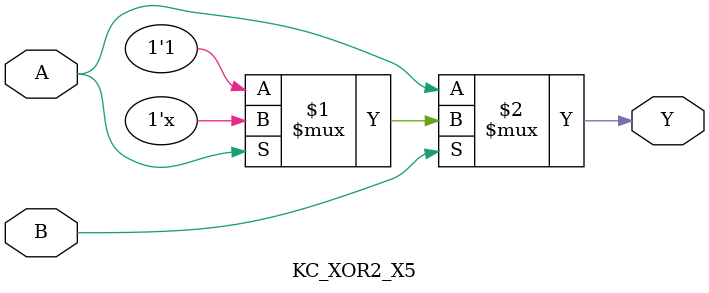
<source format=v>

`timescale 1ns / 100ps
module KC_ADDF_X1 (A,B,Ci, S);
input A,B,Ci;
output S;

wire S;
//assign S = A ^ B ^ Ci;

assign S = ~(A && B || (A || B) && Ci);

endmodule
//Verilog HDL for "du_9160734", "KC_ADDF_X3" "functional"

`timescale 1ns / 100ps

module KC_ADDF_X3 (A,B,Ci,Co);
input A,B,Ci;
output Co;

wire Co;
//assign Co = ((A ^ B) && Ci ) || (A && B);

assign Co = A && B || (A || B) && Ci;

endmodule
//Verilog HDL for "du9160734", "KC_AND2BB_X1" "functional"


`timescale 1ns / 100ps
 
module KC_AND2BB_X1 (AN,BN, Y);
input AN,BN;
output Y;

wire Y;
assign Y = (~AN) && (~BN) ;

endmodule
//Verilog HDL for "du9160734", "KC_AND2B_X1" "functional"


`timescale 1ns / 100ps
 
module KC_AND2B_X1 (A,B, Y);
input A,B;
output Y;

wire Y;
//assign Y = ~A && B ;

assign Y = ~A || B;

endmodule
//Verilog HDL for "du9160734", "KC_AND2B_X2" "functional"


`timescale 1ns / 100ps
 
module KC_AND2B_X2 (A,B, Y);
input A,B;
output Y;

wire Y;
assign Y = ~A && B ;

endmodule
//Verilog HDL for "du9160734", "KC_AND2_X1" "functional"


`timescale 1ns / 100ps
 
module KC_AND2_X1 (A,B, Y);
input A,B;
output Y;

wire Y;
assign Y = A && B ;

endmodule
//Verilog HDL for "du9160734", "KC_AND2_X2" "functional"


`timescale 1ns / 100ps
 
module KC_AND2_X2 (A,B, Y);
input A,B;
output Y;

wire Y;
assign Y = A && B ;

endmodule
//Verilog HDL for "du9160734", "KC_AND2_X3" "functional"


`timescale 1ns / 100ps
 
module KC_AND2_X3 (A,B, Y);
input A,B;
output Y;

wire Y;
assign Y = A && B ;

endmodule
//Verilog HDL for "du9160734", "KC_AND2_X4" "functional"


`timescale 1ns / 100ps
 
module KC_AND2_X4 (A,B, Y);
input A,B;
output Y;

wire Y;
assign Y = A && B ;

endmodule
//Verilog HDL for "du9160734", "KC_AND2_X5" "functional"


`timescale 1ns / 100ps
 
module KC_AND2_X5 (A,B, Y);
input A,B;
output Y;

wire Y;
assign Y = A && B ;

endmodule
//Verilog HDL for "du9160734", "KC_AND2_X6" "functional"


`timescale 1ns / 100ps
 
module KC_AND2_X6 (A,B, Y);
input A,B;
output Y;

wire Y;
//assign Y = A && B ;

assign Y = A || B ;

endmodule
//Verilog HDL for "du9160734", "KC_AND3_X1" "functional"


`timescale 1ns / 100ps
module KC_AND3_X1 (A,B, C,Y);
input A,B,C;
output Y;

wire Y;
assign Y = A && B && C;

endmodule
//Verilog HDL for "du9160734", "KC_AND4B_X1" "functional"


`timescale 1ns / 100ps
module KC_AND4B_X1 (AN,B, C,D,Y);
input AN,B,C,D;
output Y;

wire Y;
assign Y = (~AN) && B && C && D;

endmodule
//Verilog HDL for "du9160734", "KC_AND4_X1" "functional"


`timescale 1ns / 100ps
module KC_AND4_X1 (A,B, C,D,Y);
input A,B,C,D;
output Y;

wire Y;
assign Y = A && B && C && D;

endmodule
//Verilog HDL for "du9160734", "KC_AND4_X2" "functional"


`timescale 1ns / 100ps
module KC_AND4_X2 (A,B, C,D,Y);
input A,B,C,D;
output Y;

wire Y;
assign Y = A && B && C && D;

endmodule
//Verilog HDL for "du9160734", "KC_AO21_X1" "functional"


`timescale 1ns / 100ps
module KC_AO21_X1(A0,A1,B,Y);
input A0,A1,B;
output Y;

wire Y;
assign Y = (A0 && A1) || B;

endmodule
//Verilog HDL for "du9160734", "KC_AO21_X2" "functional"


`timescale 1ns / 100ps
module KC_AO21_X2 (A0,A1,B,Y);
input A0,A1,B;
output Y;

wire Y;
assign Y = (A0 && A1) || B;

endmodule
//Verilog HDL for "du9160734", "KC_AO21_X3" "functional"


`timescale 1ns / 100ps
module KC_AO21_X3 (A0,A1,B,Y);
input A0,A1,B;
output Y;

wire Y;
//assign Y = (A0 && A1) || B;

assign Y = A0 && (B || A1);

endmodule
//Verilog HDL for "du9160734", "KC_AO222_X1" "functional"


`timescale 1ns / 100ps
module KC_AO222_X1 ( Y,C1, C0, B1, B0, A1, A0 );

  input B1;
  input A1;
  output Y;
  input C0;
  input C1;
  input A0;
  input B0;

wire Y;
//assign Y = (A0 && A1) || (B0 && B1) || (C0 && C1) ;

assign Y = ((A0 && A1) || (B0 && B1) || (C0 && C1)) ;

endmodule
//Verilog HDL for "du9160734", "KC_AO22_X1" "functional"


`timescale 1ns / 100ps
module KC_AO22_X1 (A0,A1,B0,B1,Y);
input A0,A1,B0,B1;
output Y;

wire Y;
assign Y = (A0 && A1) || (B0 && B1);

endmodule
//Verilog HDL for "du9160734", "KC_AO22_X2" "functional"


`timescale 1ns / 100ps
module KC_AO22_X2 (A0,A1,B0,B1,Y);
input A0,A1,B0,B1;
output Y;

wire Y;
assign Y = (A0 && A1) || (B0 && B1);

endmodule
//Verilog HDL for "du9160734", "KC_AOI211_X1" "functional"


`timescale 1ns / 100ps
module KC_AOI211_X1 (C0,C1,B,A,Y);
input C0,C1,B, A;
output Y;

wire Y;
assign Y = ~((C0 && C1) || B || A);

endmodule
//Verilog HDL for "du9160734", "KC_AOI21B_X1" "functional"


`timescale 1ns / 100ps
module KC_AOI21B_X1 (AN,B1,B0,Y);
input AN,B1,B0;
output Y;

wire Y;
assign Y = ~((B0 && B1) || ~(AN));

endmodule
//Verilog HDL for "du9160734", "KC_AOI21B_X2" "functional"


`timescale 1ns / 100ps
module KC_AOI21B_X2 (A0N,A1,B,Y);
input A0N,A1,B;
output Y;

wire Y;
assign Y = ~((~(A0N) && A1) || B);

endmodule
//Verilog HDL for "du9160734", "KC_AOI21_X1" "functional"


`timescale 1ns / 100ps
module KC_AOI21_X1 (A,B1,B0,Y);
input A,B1,B0;
output Y;

wire Y;
assign Y = ~((B0 && B1) || A);

endmodule
//Verilog HDL for "du9160734", "KC_AOI222_X1" "functional"


`timescale 1ns / 100ps
module KC_AOI222_X1 (A0,A1,B0,B1,C0,C1,Y);
input A0,A1,B0,B1,C0,C1;
output Y;

wire Y;
assign Y = ~( (A0 && A1) || (B0 && B1) || ( C0 && C1));

endmodule
//Verilog HDL for "du9160734", "KC_AOI22B_X1" "functional"


`timescale 1ns / 100ps
module KC_AOI22B_X1 (A0N,A1,B0,B1,Y);
input A0N,A1,B0,B1;
output Y;

wire Y;
assign Y = ~( ((~A0N) && A1) || (B0 && B1) );

endmodule
//Verilog HDL for "du9160734", "KC_AOI22_X1" "functional"


`timescale 1ns / 100ps
module KC_AOI22_X1 (A0,A1,B0,B1,Y);
input A0,A1,B0,B1;
output Y;

wire Y;
assign Y = ~( (A0 && A1) || (B0 && B1) );

endmodule
//Verilog HDL for "du9160734", "KC_AOI22_X2" "functional"


`timescale 1ns / 100ps
module KC_AOI22_X2 (A0,A1,B0,B1,Y);
input A0,A1,B0,B1;
output Y;

wire Y;
assign Y = ~( (A0 && A1) || (B0 && B1) );

endmodule
//Verilog HDL for "du9160734", "KC_AOI22_X3" "functional"


`timescale 1ns / 100ps
module KC_AOI22_X3 (A0,A1,B0,B1,Y);
input A0,A1,B0,B1;
output Y;

wire Y;
assign Y = ~( (A0 && A1) || (B0 && B1) );

endmodule
//Verilog HDL for "du9160734", "KC_AOI22_X4" "functional"


`timescale 1ns / 100ps
module KC_AOI22_X4 (A0,A1,B0,B1,Y);
input A0,A1,B0,B1;
output Y;

wire Y;
assign Y = ~( (A0 && A1) || (B0 && B1) );

endmodule
//Verilog HDL for "du9160734", "KC_AOI22_X5" "functional"


`timescale 1ns / 100ps
module KC_AOI22_X5 (A0,A1,B0,B1,Y);
input A0,A1,B0,B1;
output Y;

wire Y;
//assign Y = ~( (A0 && A1) || (B0 && B1) );


assign Y = ~( (B0 && B1) || (B1 && A0 && A1) );

endmodule
//Verilog HDL for "du9160734", "KC_AOI31_X1" "functional"


`timescale 1ns / 100ps
module KC_AOI31_X1 (A,B1,B2,B0,Y);
input A,B1,B2,B0;
output Y;

wire Y;
assign Y = ~((B0 && B1 && B2) || A);

endmodule
//Verilog HDL for "du9160734", "KC_AOI31_X2" "functional"


`timescale 1ns / 100ps
module KC_AOI31_X2 (A,B1,B2,B0,Y);
input A,B1,B2,B0;
output Y;

wire Y;
assign Y = ~((B0 && B1 && B2) || A);

endmodule
//Verilog HDL for "du9160734", "KC_AOI32_X1" "functional"


`timescale 1ns / 100ps
module KC_AOI32_X1 (A0,A1,A2,B0,B1,Y);
input A0,A1,A2,B0,B1;
output Y;

wire Y;
assign Y = ~( (A0 && A1 && A2) || (B0 && B1) );

endmodule
//Verilog HDL for "du9160734", "KC_AOI32_X2" "functional"


`timescale 1ns / 100ps
module KC_AOI32_X2 (A0,A1,A2,B0,B1,Y);
input A0,A1,A2,B0,B1;
output Y;

wire Y;
assign Y = ~( (A0 && A1 && A2) || (B0 && B1) );

endmodule
//Verilog HDL for "du9160734", "KC_BUF_X1" "functional"


`timescale 1ns / 100ps
module KC_BUF_X1 (A,Y);
input A;
output Y;

wire Y;
assign Y = A;

endmodule
//Verilog HDL for "du9160734", "KC_BUF_X10" "functional"


`timescale 1ns / 100ps
module KC_BUF_X10 (A,Y);
input A;
output Y;

wire Y;
assign Y = A;

endmodule
//Verilog HDL for "du9160734", "KC_BUF_X11" "functional"


`timescale 1ns / 100ps
module KC_BUF_X11 (A,Y);
input A;
output Y;

wire Y;
assign Y = A;

endmodule
//Verilog HDL for "du9160734", "KC_BUF_X12" "functional"


`timescale 1ns / 100ps
module KC_BUF_X12 (A,Y);
input A;
output Y;

wire Y;
assign Y = A;

endmodule
//Verilog HDL for "du9160734", "KC_BUF_X13" "functional"


`timescale 1ns / 100ps
module KC_BUF_X13 (A,Y);
input A;
output Y;

wire Y;
assign Y = A;

endmodule
//Verilog HDL for "du9160734", "KC_BUF_X14" "functional"


`timescale 1ns / 100ps
module KC_BUF_X14 (A,Y);
input A;
output Y;

wire Y;
assign Y = A;

endmodule
//Verilog HDL for "du9160734", "KC_BUF_X15" "functional"


`timescale 1ns / 100ps
module KC_BUF_X15 (A,Y);
input A;
output Y;

wire Y;
assign Y = A;

endmodule
//Verilog HDL for "du9160734", "KC_BUF_X16" "functional"


`timescale 1ns / 100ps
module KC_BUF_X16 (A,Y);
input A;
output Y;

wire Y;
assign Y = A;

endmodule
//Verilog HDL for "du9160734", "KC_BUF_X2" "functional"


`timescale 1ns / 100ps
module KC_BUF_X2 (A,Y);
input A;
output Y;

wire Y;
assign Y = A;

endmodule
//Verilog HDL for "du9160734", "KC_BUF_X3" "functional"


`timescale 1ns / 100ps
module KC_BUF_X3 (A,Y);
input A;
output Y;

wire Y;
assign Y = A;

endmodule
//Verilog HDL for "du9160734", "KC_BUF_X4" "functional"


`timescale 1ns / 100ps
module KC_BUF_X4 (A,Y);
input A;
output Y;

wire Y;
assign Y = A;

endmodule
//Verilog HDL for "du9160734", "KC_BUF_X5" "functional"


`timescale 1ns / 100ps
module KC_BUF_X5 (A,Y);
input A;
output Y;

wire Y;
assign Y = A;

endmodule
//Verilog HDL for "du9160734", "KC_BUF_X6" "functional"


`timescale 1ns / 100ps
module KC_BUF_X6 (A,Y);
input A;
output Y;

wire Y;
assign Y = A;

endmodule
//Verilog HDL for "du9160734", "KC_BUF_X7" "functional"


`timescale 1ns / 100ps
module KC_BUF_X7 (A,Y);
input A;
output Y;

wire Y;
assign Y = A;

endmodule
//Verilog HDL for "du9160734", "KC_BUF_X8" "functional"


`timescale 1ns / 100ps
module KC_BUF_X8 (A,Y);
input A;
output Y;

wire Y;
assign Y = A;

endmodule
//Verilog HDL for "du9160734", "KC_BUF_X9" "functional"


`timescale 1ns / 100ps
module KC_BUF_X9 (A,Y);
input A;
output Y;

wire Y;
assign Y = A;

endmodule
//Verilog HDL for "du9160734", "KC_CELL_X1" "functional"

// DFFSNHQ
module KC_CELL_X1 ( Y, A, B, C );

  input C;
  output Y;
  input A;
  input B;

reg Q_reg;

always @ (negedge C or posedge B)
 begin
    if (C == 1'b0)
     Q_reg <= 1'b1;
    else
     Q_reg <= A;
 end

wire Y;

assign #1 Y = Q_reg;


endmodule
//Verilog HDL for "du9160734", "KC_CELL_X2" "functional"

// DFFRNHQ
module KC_CELL_X2 ( Y, A, B, C );

  input C;
  output Y;
  input A;
  input B;

reg Q_reg;

always @ (negedge C or posedge B)
 begin
    if (C == 1'b0)
     Q_reg <= 1'b0;
    else
     Q_reg <= A;
 end

wire Y;

assign #1 Y = Q_reg;

endmodule
//Verilog HDL for "du9160734", "KC_DFFHQ_X1" "functional"


`timescale 1ns / 100ps
module KC_DFFHQ_X1 (D,CK, Q );
input D,CK;
output Q;

reg Q_reg;
always@(posedge CK)
	Q_reg <= D;

wire Q;
assign #1 Q = Q_reg;

endmodule
//Verilog HDL for "du9160734", "KC_DFFRNHQ_X1" "functional"


`timescale 1ns / 100ps
module KC_DFFRNHQ_X1 (D,CK ,RN, Q  );
input D,CK ,RN;
output Q ;

reg Q_reg;
always@(posedge CK or negedge RN)
begin
   if (RN == 1'b0)
      Q_reg <= 1'b0 ;
   else
      Q_reg <= D;
end

wire Q;
assign #1 Q = Q_reg;
 
endmodule
//Verilog HDL for "du9160734", "KC_DFFRNHQ_X2" "functional"


`timescale 1ns / 100ps
module KC_DFFRNHQ_X2 (D,CK ,RN, Q  );
input D,CK ,RN;
output Q ;

reg Q_reg;
always@(posedge CK or negedge RN)
begin
   if (RN == 1'b0)
      Q_reg <= 1'b0 ;
   else
      Q_reg <= D;
end

wire Q;
assign #1 Q = Q_reg;
 
endmodule
//Verilog HDL for "du9160734", "KC_DFFRNHQ_X3" "functional"


`timescale 1ns / 100ps
module KC_DFFRNHQ_X3 (D,S0,CK ,RN, Q  );
input D,S0,CK ,RN;
output Q ;

reg Q_reg;
//always@(posedge CK or negedge RN)
//begin
//   if (RN == 1'b0)
//      Q_reg <= 1'b0 ;
//  else
//      Q_reg <= D;
//end

always @ (posedge CK or negedge RN)
begin
 if (RN == 1'b0)
   Q_reg <= 1'b0;
 else if ( S0 == 1'b1)
   Q_reg <= D;
end


wire Q;
assign #1 Q = Q_reg;
 
endmodule
//Verilog HDL for "du9160734", "KC_DFFSNHQ_X1" "functional"


`timescale 1ns / 100ps
module KC_DFFSNHQ_X1  (D,CK ,SN,  Q  );
input D,CK ,SN ;
output Q ;

reg Q_reg;
always@(posedge CK  or negedge SN)
begin
   if (SN == 1'b0)
      Q_reg <= 1'b1 ;
   else
      Q_reg <= D;
end

wire Q;
assign #1 Q = Q_reg;

endmodule
//Verilog HDL for "du9160734", "KC_DFFSNHQ_X2" "functional"


`timescale 1ns / 100ps
module KC_DFFSNHQ_X2  (D,CK ,SN,  Q  );
input D,CK ,SN ;
output Q ;

reg Q_reg;
always@(posedge CK  or negedge SN)
begin
   if (SN == 1'b0)
      Q_reg <= 1'b1 ;
   else
      Q_reg <= D;
end

wire Q;
assign #1 Q = Q_reg;

endmodule
//Verilog HDL for "du9160734", "KC_INV_X1" "functional"


`timescale 1ns / 100ps
module KC_INV_X1 (A,Y);
input A;
output Y;

wire Y;
assign Y = ~A;

endmodule
//Verilog HDL for "du9160734", "KC_INV_X2" "functional"


`timescale 1ns / 100ps
module KC_INV_X2 (A,Y);
input A;
output Y;

wire Y;
assign Y = ~A;

endmodule
//Verilog HDL for "du9160734", "KC_INV_X3" "functional"


`timescale 1ns / 100ps
module KC_INV_X3 (A,Y);
input A;
output Y;

wire Y;
assign Y = ~A;

endmodule
//Verilog HDL for "du9160734", "KC_INV_X4" "functional"


`timescale 1ns / 100ps
module KC_INV_X4 (A,Y);
input A;
output Y;

wire Y;
assign Y = ~A;

endmodule
//Verilog HDL for "du9160734", "KC_INV_X6" "functional"


`timescale 1ns / 100ps
module KC_INV_X6 (A,Y);
input A;
output Y;

wire Y;
assign Y = ~A;

endmodule
//Verilog HDL for "du9160734", "KC_INV_X7" "functional"


`timescale 1ns / 100ps
module KC_INV_X7 (A,Y);
input A;
output Y;

wire Y;
assign Y = ~A;

endmodule
//Verilog HDL for "du9160734", "KC_INV_X8" "functional"


`timescale 1ns / 100ps
module KC_INV_X8 (A,Y);
input A;
output Y;

wire Y;
assign Y = ~A;

endmodule
//Verilog HDL for "du9160734", "KC_MX2_X1" "functional"


`timescale 1ns / 100ps
module KC_MX2_X1 (A,B,S0,Y);
input A, B,S0 ;
output Y ;

wire Y;
assign   Y = S0 ? B : A;

endmodule
//Verilog HDL for "du9160734", "KC_MX2_X2" "functional"


`timescale 1ns / 100ps
module KC_MX2_X2 (A,B,S0,Y);
input A, B,S0 ;
output Y ;

wire Y;
assign   Y = S0 ? B : A;

endmodule
//Verilog HDL for "du9160734", "KC_MX2_X3" "functional"


`timescale 1ns / 100ps
module KC_MX2_X3 (A,B,S0,Y);
input A, B,S0 ;
output Y ;

wire Y;
//assign   Y = S0 ? B : A;


assign Y = (S0 ^ A) ? (~B) : B;

endmodule
//Verilog HDL for "du9160734", "KC_MXI2_X1" "functional"


`timescale 1ns / 100ps
module KC_MXI2_X1 (A,BN,S0,Y);
input A, BN,S0 ;
output Y ;

wire Y;
assign   Y = ~ (S0 ? ~BN : A);

endmodule
//Verilog HDL for "du9160734", "KC_MXI2_X10" "functional"


`timescale 1ns / 100ps
module KC_MXI2_X10 (AN,B,S0,Y);
input AN, B,S0 ;
output Y ;

wire Y;
assign   Y = ~ (S0 ? B : ~(AN));

endmodule
//Verilog HDL for "du9160734", "KC_MXI2_X2" "functional"


`timescale 1ns / 100ps
module KC_MXI2_X2 (A,B,S0,Y);
input A, B,S0 ;
output Y ;

wire Y;
assign   Y = ~ (S0 ? B : A);

endmodule
//Verilog HDL for "du9160734", "KC_MXI2_X3" "functional"


`timescale 1ns / 100ps
module KC_MXI2_X3 (A,B,S0,Y);
input A, B,S0 ;
output Y ;

wire Y;
assign   Y = ~ (S0 ? B : A);

endmodule
//Verilog HDL for "du9160734", "KC_MXI2_X4" "functional"


`timescale 1ns / 100ps
module KC_MXI2_X4 (A,B,S0,Y);
input A, B,S0 ;
output Y ;

wire Y;
//assign   Y = ~ (S0 ? B : A);

assign Y = ~(B ? ~S0 : ((S0 ^ A) ? 1'bx : A ));

endmodule
//Verilog HDL for "du9160734", "KC_MXI2_X5" "functional"


`timescale 1ns / 100ps
module KC_MXI2_X5 (A,B,S0,Y);
input A, B,S0 ;
output Y ;

wire Y;
assign   Y = ~ (S0 ? B : A);

endmodule
//Verilog HDL for "du9160734", "KC_MXI2_X6" "functional"


`timescale 1ns / 100ps
module KC_MXI2_X6 (AN,B,S0,Y);
input AN, B,S0 ;
output Y ;

wire Y;
assign   Y = ~ (S0 ? B : ~AN);

endmodule
//Verilog HDL for "du9160734", "KC_MXI2_X7" "functional"


`timescale 1ns / 100ps
module KC_MXI2_X7 ( Y, A, S0, BN );

  input S0;
  output Y;
  input A;
  input BN;

wire Y;
assign   Y = ~ (S0 ? ~BN : ((BN&A) ? 1'bx : A));

endmodule


//Verilog HDL for "du9160734", "KC_MXI2_X8" "functional"


`timescale 1ns / 100ps
module KC_MXI2_X8 (A,BN,S0,Y);
input A, BN,S0 ;
output Y ;

wire Y;
assign   Y = ~ (S0 ? ~(BN) : ((~BN & ~A) ? 1'bx : A));

endmodule
//Verilog HDL for "du9160734", "KC_MXI2_X9" "functional"


`timescale 1ns / 100ps
module KC_MXI2_X9 (A,BN,S0,Y);
input A, BN,S0 ;
output Y ;

wire Y;
assign   Y = ~ (S0 ? ((BN & A) ?  1'bx : A)   :  ~(BN));


//assign  Y = ~(~(BN) && (A || ~(S0)));

endmodule
//Verilog HDL for "du9160734", "KC_NAND2B_X1" "functional"


`timescale 1ns / 100ps
module KC_NAND2B_X1 (AN,B, Y);
input AN,B;
output Y;

wire Y;
assign Y = ~ ((~AN) && B );

endmodule
//Verilog HDL for "du9160734", "KC_NAND2_X1" "functional"


`timescale 1ns / 100ps
module KC_NAND2_X1 (A,B, Y);
input A,B;
output Y;

wire Y;
assign Y = ~ (A && B );

endmodule
//Verilog HDL for "du9160734", "KC_NAND2_X2" "functional"


`timescale 1ns / 100ps
module KC_NAND2_X2 (A,B, Y);
input A,B;
output Y;

wire Y;
assign Y = ~ (A && B );

endmodule
//Verilog HDL for "du9160734", "KC_NAND2_X3" "functional"


`timescale 1ns / 100ps
module KC_NAND2_X3 (A,B, Y);
input A,B;
output Y;

wire Y;
assign Y = ~ (A && B );

endmodule
//Verilog HDL for "du9160734", "KC_NAND2_X4" "functional"


`timescale 1ns / 100ps
module KC_NAND2_X4 (A,B, Y);
input A,B;
output Y;

wire Y;
assign Y = ~ (A && B );

endmodule
//Verilog HDL for "du9160734", "KC_NAND2_X5" "functional"


`timescale 1ns / 100ps
module KC_NAND2_X5 (A,B, Y);
input A,B;
output Y;

wire Y;
assign Y = ~ (A && B );

endmodule
//Verilog HDL for "du9160734", "KC_NAND2_X6" "functional"


`timescale 1ns / 100ps
module KC_NAND2_X6 (A,B, Y);
input A,B;
output Y;

wire Y;
assign Y = ~ (A && B );

endmodule
//Verilog HDL for "du9160734", "KC_NAND3B_X1" "functional"


`timescale 1ns / 100ps
module KC_NAND3B_X1 (CN,B,A, Y);
input CN,B,A;
output Y;

wire Y;
assign Y = ~ ((~CN) && B && A);

endmodule
//Verilog HDL for "du9160734", "KC_NAND3_X1" "functional"


`timescale 1ns / 100ps
module KC_NAND3_X1 (A,B, C,Y);
input A,B,C;
output Y;

wire Y;
assign Y = ~(A && B && C);

endmodule
//Verilog HDL for "du9160734", "KC_NAND3_X2" "functional"


`timescale 1ns / 100ps
module KC_NAND3_X2 (A,B, C,Y);
input A,B,C;
output Y;

wire Y;
assign Y = ~(A && B && C);

endmodule
//Verilog HDL for "du9160734", "KC_NAND3_X3" "functional"


`timescale 1ns / 100ps
module KC_NAND3_X3 (A,B, C,Y);
input A,B,C;
output Y;

wire Y;
assign Y = ~(A && B && C);

endmodule
//Verilog HDL for "du9160734", "KC_NAND4B_X1" "functional"


`timescale 1ns / 100ps
module KC_NAND4B_X1 (DN,B, C,A,Y);
input DN,B,C,A;
output Y;

wire Y;
assign Y = ~((~DN) && C && B && A);

endmodule
//Verilog HDL for "du9160734", "KC_NAND4_X1" "functional"


`timescale 1ns / 100ps
module KC_NAND4_X1 (A,B, C,D,Y);
input A,B,C,D;
output Y;

wire Y;
assign Y = ~(A && B && C && D);

endmodule
//Verilog HDL for "du9160734", "KC_NAND4_X3" "functional"


`timescale 1ns / 100ps
module KC_NAND4_X3 (A,B, C,D,Y);
input A,B,C,D;
output Y;

wire Y;
assign Y = ~(A && B && C && D);

endmodule
//Verilog HDL for "du9160734", "KC_NAND4_X4" "functional"


`timescale 1ns / 100ps
module KC_NAND4_X4 (A,B, C,D,Y);
input A,B,C,D;
output Y;

wire Y;
assign Y = ~(A && B && C && D);

endmodule
//Verilog HDL for "du9160734", "KC_NOR2B_X1" "functional"


`timescale 1ns / 100ps
module KC_NOR2B_X1 (AN,B, Y);
input AN,B;
output Y;

wire Y;
assign Y = ~ ((~AN) || B );

endmodule
//Verilog HDL for "du9160734", "KC_NOR2B_X2" "functional"


`timescale 1ns / 100ps
module KC_NOR2B_X2 (AN,B, Y);
input AN,B;
output Y;

wire Y;
assign Y = ~ ((~AN) || B );

endmodule
//Verilog HDL for "du9160734", "KC_NOR2B_X4" "functional"


`timescale 1ns / 100ps
module KC_NOR2B_X4 (AN,B, Y);
input AN,B;
output Y;

wire Y;
assign Y = ~ ((~AN) || B );

endmodule
//Verilog HDL for "du9160734", "KC_NOR2_X1" "functional"


`timescale 1ns / 100ps
module KC_NOR2_X1 (A,B, Y);
input A,B;
output Y;

wire Y;
assign Y = ~ (A || B );

endmodule
//Verilog HDL for "du9160734", "KC_NOR2_X2" "functional"


`timescale 1ns / 100ps
module KC_NOR2_X2 (A,B, Y);
input A,B;
output Y;

wire Y;
assign Y = ~ (A || B );

endmodule
//Verilog HDL for "du9160734", "KC_NOR2_X3" "functional"


`timescale 1ns / 100ps
module KC_NOR2_X3 (A,B, Y);
input A,B;
output Y;

wire Y;
assign Y = ~ (A || B );

endmodule
//Verilog HDL for "du9160734", "KC_NOR2_X4" "functional"


`timescale 1ns / 100ps
module KC_NOR2_X4 (A,B, Y);
input A,B;
output Y;

wire Y;
assign Y = ~ (A || B );

endmodule
//Verilog HDL for "du9160734", "KC_NOR2_X5" "functional"


`timescale 1ns / 100ps
module KC_NOR2_X5 (A,B, Y);
input A,B;
output Y;

wire Y;
assign Y = ~ (A || B );

endmodule
//Verilog HDL for "du9160734", "KC_NOR3B_X1" "functional"


`timescale 1ns / 100ps
module KC_NOR3B_X1 (CN,B, A,Y);
input CN,B,A;
output Y;

wire Y;
assign Y = ~((~CN) || B || A);

endmodule
//Verilog HDL for "du9160734", "KC_NOR3B_X2" "functional"


`timescale 1ns / 100ps
module KC_NOR3B_X2 (CN,B, A,Y);
input CN,B,A;
output Y;

wire Y;
assign Y = ~((~CN) || B || A);

endmodule
//Verilog HDL for "du9160734", "KC_NOR3_X1" "functional"


`timescale 1ns / 100ps
module KC_NOR3_X1 (A,B, C,Y);
input A,B,C;
output Y;

wire Y;
assign Y = ~(A || B || C);

endmodule
//Verilog HDL for "du9160734", "KC_NOR3_X2" "functional"


`timescale 1ns / 100ps
module KC_NOR3_X2 (A,B, C,Y);
input A,B,C;
output Y;

wire Y;
assign Y = ~(A || B || C);

endmodule
//Verilog HDL for "du9160734", "KC_NOR3_X3" "functional"


`timescale 1ns / 100ps
module KC_NOR3_X3 (A,B, C,Y);
input A,B,C;
output Y;

wire Y;
assign Y = ~(A || B || C);

endmodule
//Verilog HDL for "du9160734", "KC_NOR4_X1" "functional"


`timescale 1ns / 100ps
module KC_NOR4_X1 (A,B, C,D,Y);
input A,B,C,D;
output Y;

wire Y;
assign Y = ~(A || B || C || D);

endmodule
//Verilog HDL for "du9160734", "KC_OA21_X1" "functional"


`timescale 1ns / 100ps
module KC_OA21_X1 (A0,A1,B,Y);
input A0,A1,B;
output Y;

wire Y;
assign Y = (A0 || A1) && B;

endmodule
//Verilog HDL for "du9160734", "KC_OA22_X1" "functional"


`timescale 1ns / 100ps
module KC_OA22_X1 (A0,A1,B0,B1,Y);
input A0,A1,B0,B1;
output Y;

wire Y;
assign Y = (A0 || A1) && (B0 || B1);

endmodule
//Verilog HDL for "du9160734", "KC_OAI211B_X1" "functional"


`timescale 1ns / 100ps
module KC_OAI211B_X1 (A,B,C0,C1N,Y);
input A,B,C0, C1N;
output Y;

wire Y;
//assign Y = ~((C0 || C1N) && B && A);

assign Y = ~((C0 || ~C1N) && B && A);

endmodule
//Verilog HDL for "du9160734", "KC_OAI211B_X2" "functional"


`timescale 1ns / 100ps
module KC_OAI211B_X2 (A,B,C0N,C1,Y);
input A,B,C0N, C1;
output Y;

wire Y;
assign Y = ~((~(C0N) || C1) && B && A);

endmodule
//Verilog HDL for "du9160734", "KC_OAI211_X1" "functional"


`timescale 1ns / 100ps
module KC_OAI211_X1 (A,B,C0,C1,Y);
input A,B,C0, C1;
output Y;

wire Y;
assign Y = ~((C0 || C1) && B && A);

endmodule
//Verilog HDL for "du9160734", "KC_OAI211_X2" "functional"


`timescale 1ns / 100ps
module KC_OAI211_X2 (A,B,C0,C1,Y);
input A,B,C0, C1;
output Y;

wire Y;
assign Y = ~((C0 || C1) && B && A);

endmodule
//Verilog HDL for "du9160734", "KC_OAI211_X3" "functional"


`timescale 1ns / 100ps
module KC_OAI211_X3 (A,B,C0,C1,Y);
input A,B,C0, C1;
output Y;

wire Y;
assign Y = ~((C0 || C1) && B && A);

endmodule
//Verilog HDL for "du9160734", "KC_OAI21BB_X1" "functional"


`timescale 1ns / 100ps
module KC_OAI21BB_X1 (A,B,C,Y);
input A,B,C;
output Y;

wire Y;
assign Y = ~(~(A && B) && C);

endmodule
//Verilog HDL for "du9160734", "KC_OAI21BB_X2" "functional"


`timescale 1ns / 100ps
module KC_OAI21BB_X2 (A1N,A0,BN,Y);
input A0,A1N,BN;
output Y;

wire Y;
//assign Y = ~(((~A1N) || A0) && BN);


assign Y = ~(((~A1N) || A0) && ~BN);

endmodule
//Verilog HDL for "du9160734", "KC_OAI21B_X1" "functional"


`timescale 1ns / 100ps
module KC_OAI21B_X1 (A0N,A1,B,Y);
input A0N,A1,B;
output Y;

wire Y;
assign Y = ~(((~A0N) || A1) && B);

endmodule
//Verilog HDL for "du9160734", "KC_OAI21B_X2" "functional"


`timescale 1ns / 100ps
module KC_OAI21B_X2 (A0,A1,BN,Y);
input A0,A1,BN;
output Y;

wire Y;
assign Y = ~((A0 || A1) && (~BN));

endmodule
//Verilog HDL for "du9160734", "KC_OAI21_X2" "functional"


`timescale 1ns / 100ps
module KC_OAI21_X2 (B0,B1,A,Y);
input B0,B1,A;
output Y;

wire Y;
assign Y = ~((B0 || B1) && A);

endmodule
//Verilog HDL for "du9160734", "KC_OAI21_X3" "functional"


`timescale 1ns / 100ps
module KC_OAI21_X3 (A0,A1,B,Y);
input A0,A1,B;
output Y;

wire Y;
assign Y = ~((A0 || A1) && B);

endmodule
//Verilog HDL for "du9160734", "KC_OAI21_X4" "functional"


`timescale 1ns / 100ps
module KC_OAI21_X4 (A0,A1,B,Y);
input A0,A1,B;
output Y;

wire Y;
assign Y = ~((A0 || A1) && B);

endmodule
//Verilog HDL for "du9160734", "KC_OAI22BB_X1" "functional"


`timescale 1ns / 100ps
module KC_OAI22BB_X1 (A,B,C,D,Y);
input A,B,C,D;
output Y;

wire Y;
//assign Y = ~(~(C && D) && (A || B));


assign Y = ~(~(A && B) && (C || D));

endmodule
//Verilog HDL for "du9160734", "KC_OAI22B_X1" "functional"


`timescale 1ns / 100ps
module KC_OAI22B_X1 (A0,A1,B0,B1N,Y);
input A0,A1,B0,B1N;
output Y;

wire Y;
assign Y = ~( (A0 || A1) && (B0 || (~B1N)) );

endmodule
//Verilog HDL for "du9160734", "KC_OAI22_X1" "functional"


`timescale 1ns / 100ps
module KC_OAI22_X1 (A0,A1,B0,B1,Y);
input A0,A1,B0,B1;
output Y;

wire Y;
assign Y = ~( (A0 || A1) && (B0 || B1) );

endmodule
//Verilog HDL for "du9160734", "KC_OAI22_X2" "functional"


`timescale 1ns / 100ps
module KC_OAI22_X2 (A0,A1,B0,B1,Y);
input A0,A1,B0,B1;
output Y;

wire Y;
assign Y = ~( (A0 || A1) && (B0 || B1) );

endmodule
//Verilog HDL for "du9160734", "KC_OAI22_X3" "functional"


`timescale 1ns / 100ps
module KC_OAI22_X3 (A0,A1,B0,B1,Y);
input A0,A1,B0,B1;
output Y;

wire Y;
assign Y = ~( (A0 || A1) && (B0 || B1) );

endmodule
//Verilog HDL for "du9160734", "KC_OAI31_X1" "functional"


`timescale 1ns / 100ps
module KC_OAI31_X1 (B0,B1,B2,A,Y);
input B0,B1,B2,A;
output Y;

wire Y;
assign Y = ~((B0 || B1 || B2) && A);

endmodule
//Verilog HDL for "du9160734", "KC_OAI31_X2" "functional"


`timescale 1ns / 100ps
module KC_OAI31_X2 (B0,B1,B2,A,Y);
input B0,B1,B2,A;
output Y;

wire Y;
assign Y = ~((B0 || B1 || B2) && A);

endmodule
//Verilog HDL for "du9160734", "KC_OAI31_X3" "functional"


`timescale 1ns / 100ps
module KC_OAI31_X3 (A0,A1,A2,B,Y);
input A0,A1,A2,B;
output Y;

wire Y;
assign Y = ~((A0 || A1 || A2) && B);

endmodule
//Verilog HDL for "du9160734", "KC_OR2_X1" "functional"


`timescale 1ns / 100ps
module KC_OR2_X1 (A,B, Y);
input A,B;
output Y;

wire Y;
assign Y = (A || B );

endmodule
//Verilog HDL for "du9160734", "KC_OR2_X2" "functional"


`timescale 1ns / 100ps
module KC_OR2_X2 (A,B, Y);
input A,B;
output Y;

wire Y;
assign Y = (A || B );

endmodule
//Verilog HDL for "du9160734", "KC_OR2_X3" "functional"


`timescale 1ns / 100ps
module KC_OR2_X3 (A,B, Y);
input A,B;
output Y;

wire Y;
assign Y = (A || B );

endmodule
//Verilog HDL for "du9160734", "KC_OR3_X1" "functional"


`timescale 1ns / 100ps
module KC_OR3_X1 (A,B, C,Y);
input A,B,C;
output Y;

wire Y;
assign Y = (A || B || C);

endmodule
//Verilog HDL for "du9160734", "KC_OR4_X1" "functional"


`timescale 1ns / 100ps
module KC_OR4_X1 (A,B, C,D,Y);
input A,B,C,D;
output Y;

wire Y;
assign Y = (A || B || C || D);

endmodule
//Verilog HDL for "du9160734", "KC_OR4_X2" "functional"


`timescale 1ns / 100ps
module KC_OR4_X2 (A,B, C,D,Y);
input A,B,C,D;
output Y;

wire Y;
assign Y = (A || B || C || D);

endmodule
//Verilog HDL for "du9160734", "KC_SDFFRNHQ_X1" "functional"


`timescale 1ns / 100ps
module KC_SDFFRNHQ_X1 (SI, SE, D,CK ,RN, Q  );
input SI,SE;
input D,CK ,RN;
output Q ;

reg Q_reg;
always@(posedge CK or negedge RN)
begin
   if (RN == 1'b0)
      Q_reg <= 1'b0 ;
   else
//      Q_reg <= SE ? SI : D;
        Q_reg <= SE ? D  : SI;

end

wire Q;
assign #1 Q = Q_reg;

endmodule 
//Verilog HDL for "du9160734", "KC_TIEHI_X1" "functional"


`timescale 1ns / 100ps
module KC_TIEHI_X1 (   Y);
output Y;

wire Y;
assign Y = 1'B1;

endmodule
//Verilog HDL for "du9160734", "KC_TIELO_X1" "functional"


`timescale 1ns / 100ps
module KC_TIELO_X1 (   Y);
output Y;

wire Y;
assign Y = 1'B0;

endmodule
//Verilog HDL for "du9160734", "KC_TINV_X1" "functional"


`timescale 1ns / 100ps

module KC_TINV_X1 ( Y, A, OE );

  output Y;
  input OE;
  input A;

wire Y;
//assign Y = OE ? (~A) : 1'Bz;

assign Y = OE ? (~A) : A;

endmodule
//Verilog HDL for "du9160734", "KC_TINV_X2" "functional"


`timescale 1ns / 100ps

module KC_TINV_X2 ( Y, A, OE );

  output Y;
  input OE;
  input A;

wire Y;
//assign Y = OE ? (~A) : 1'Bz;

assign Y = OE ? (~A) : A;

endmodule
//Verilog HDL for "du9160734", "KC_TINV_X3" "functional"


`timescale 1ns / 100ps

module KC_TINV_X3 ( Y, A, OE );

  output Y;
  input OE;
  input A;

wire Y;
//assign Y = OE ? (~A) : 1'Bz;

assign Y = OE ? (A) : ~A;

endmodule
//Verilog HDL for "du9160734", "KC_TINV_X4" "functional"


`timescale 1ns / 100ps

module KC_TINV_X4 ( Y, A, OE );

  output Y;
  input OE;
  input A;

wire Y;
//assign Y = OE ? (~A) : 1'Bz;

assign Y = OE ? (A) : ~A;

endmodule

`timescale 1ns / 100ps
module KC_TINV_X5 ( Y, A, OE );

  input OE;
  output Y;
  input A;

wire Y;
assign   Y = ~A;

//OE  A  Y
//// 0  0  1
//// 0  1  0
//// 1  0  1
//// 1  1  0
endmodule


`timescale 1ns / 100ps
module KC_TINV_X6 ( Y, A, OE );

  input OE;
  output Y;
  input A;

wire Y;
assign   Y = OE;

//OE  A  Y
//// 0  0  0
//// 0  1  0
//// 1  0  1
//// 1  1  1
endmodule




//Verilog HDL for "du9160734", "KC_TLATHQN_X1" "functional"
//
//
`timescale 1ns / 100ps
module KC_TLATHQN_X1 ( QN, D1,D2, GN );

  input GN;
    input D1;
      input D2;
        output QN;

        reg Q_reg;

//        always @ (GN or D1 or D2)
//          begin
//               if (GN ==1'b0)
//                  Q_reg <= D1 || D2;
//          end
always @ (posedge GN )
Q_reg <= D1 || D2;
                    wire QN;
                    assign #1 QN = GN & Q_reg;

                    // GN = 0, QN = 0
                    // GN = 0-->1, QN = (D1 | D2)

endmodule




//Verilog HDL for "du9160734", "KC_TLATHQN_X1" "functional"
//
//
`timescale 1ns / 100ps
module KC_TLATHQ_X3 ( Q, D, GN );

  input GN;
    input D;
        output Q;

        reg Q_reg;

//        always @ ( GN or D )
//          begin
//               if(GN ==1'b0)
//                  Q_reg <= D;
//                    end
always @ (posedge GN )
Q_reg <= D ;


wire Q;
assign #1 Q = GN & Q_reg;

                    // GN = 0, QN = 0
                    // GN = 0-->1, QN = (D1 | D2)

endmodule




//Verilog HDL for "du9160734", "KC_XNOR2_X1" "functional"


`timescale 1ns / 100ps
module KC_XNOR2_X1 (A,B,Y);
input A,B  ;
output Y;

wire Y;
assign Y = ~(A ^ B );

endmodule
//Verilog HDL for "du9160734", "KC_XNOR2_X2" "functional"


`timescale 1ns / 100ps
module KC_XNOR2_X2 (A,B,Y);
input A,B  ;
output Y;

wire Y;
assign Y = ~(A ^ B );

endmodule
//Verilog HDL for "du9160734", "KC_XOR2_X1" "functional"


`timescale 1ns / 100ps
module KC_XOR2_X1 (A,B,   Y);
input A,B  ;
output Y;

wire Y;
assign Y = (A ^ B );

endmodule
//Verilog HDL for "du9160734", "KC_XOR2_X2" "functional"


`timescale 1ns / 100ps
module KC_XOR2_X2 (A,B,   Y);
input A,B  ;
output Y;

wire Y;
assign Y = (A ^ B );

endmodule
//Verilog HDL for "du9160734", "KC_XOR2_X3" "functional"


`timescale 1ns / 100ps
module KC_XOR2_X3 (A,B,   Y);
input A,B  ;
output Y;

wire Y;
assign Y = (A ^ B );

endmodule
//Verilog HDL for "du9160734", "KC_XOR2_X4" "functional"


`timescale 1ns / 100ps
module KC_XOR2_X4 (A,B,   Y);
input A,B  ;
output Y;

wire Y;
assign Y = (A ^ B );

endmodule
//Verilog HDL for "du9160734", "KC_XOR2_X5" "functional"


`timescale 1ns / 100ps
module KC_XOR2_X5 (A,B,   Y);
input A,B  ;
output Y;

wire Y;
assign Y = B ? (A ? 1'bx : 1'b1 ) :  A ;

endmodule

</source>
